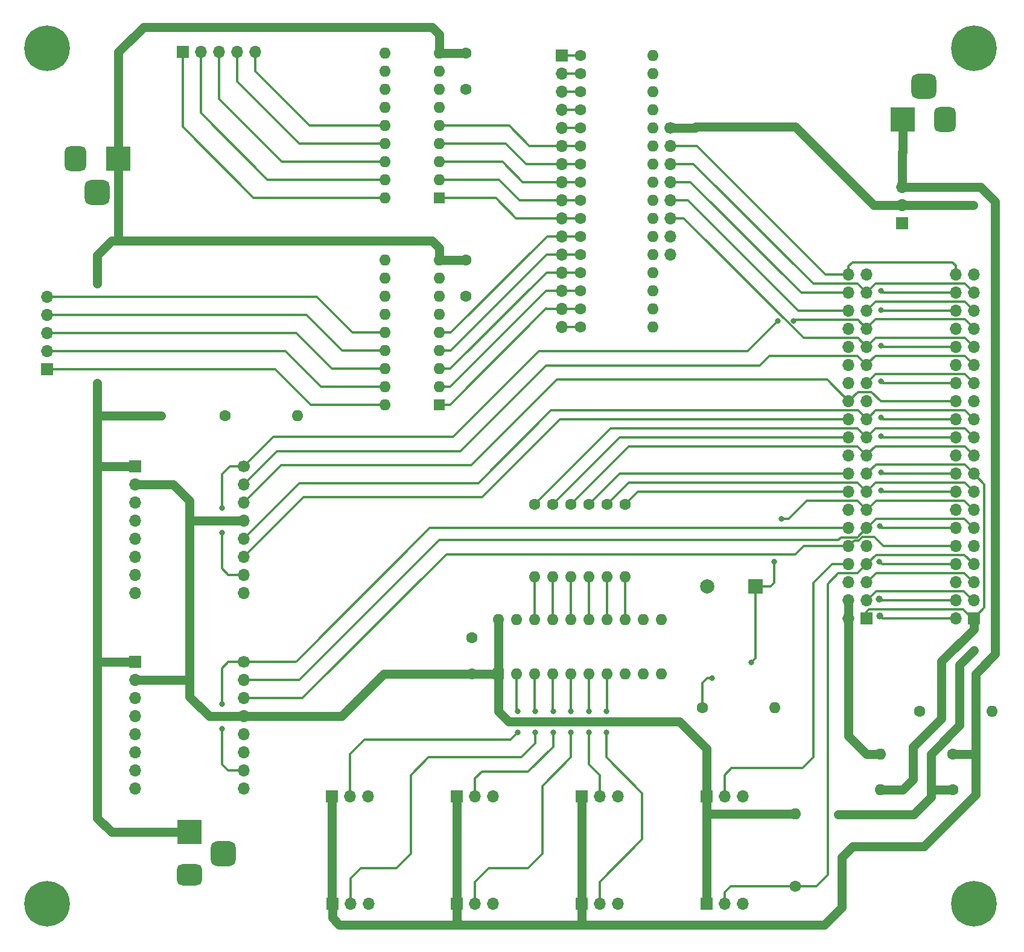
<source format=gbl>
G04 #@! TF.GenerationSoftware,KiCad,Pcbnew,(6.0.2)*
G04 #@! TF.CreationDate,2023-01-23T03:29:58-05:00*
G04 #@! TF.ProjectId,Interface-PCB,496e7465-7266-4616-9365-2d5043422e6b,1.0*
G04 #@! TF.SameCoordinates,Original*
G04 #@! TF.FileFunction,Copper,L2,Bot*
G04 #@! TF.FilePolarity,Positive*
%FSLAX46Y46*%
G04 Gerber Fmt 4.6, Leading zero omitted, Abs format (unit mm)*
G04 Created by KiCad (PCBNEW (6.0.2)) date 2023-01-23 03:29:58*
%MOMM*%
%LPD*%
G01*
G04 APERTURE LIST*
G04 Aperture macros list*
%AMRoundRect*
0 Rectangle with rounded corners*
0 $1 Rounding radius*
0 $2 $3 $4 $5 $6 $7 $8 $9 X,Y pos of 4 corners*
0 Add a 4 corners polygon primitive as box body*
4,1,4,$2,$3,$4,$5,$6,$7,$8,$9,$2,$3,0*
0 Add four circle primitives for the rounded corners*
1,1,$1+$1,$2,$3*
1,1,$1+$1,$4,$5*
1,1,$1+$1,$6,$7*
1,1,$1+$1,$8,$9*
0 Add four rect primitives between the rounded corners*
20,1,$1+$1,$2,$3,$4,$5,0*
20,1,$1+$1,$4,$5,$6,$7,0*
20,1,$1+$1,$6,$7,$8,$9,0*
20,1,$1+$1,$8,$9,$2,$3,0*%
G04 Aperture macros list end*
G04 #@! TA.AperFunction,ComponentPad*
%ADD10R,1.600000X1.600000*%
G04 #@! TD*
G04 #@! TA.AperFunction,ComponentPad*
%ADD11O,1.600000X1.600000*%
G04 #@! TD*
G04 #@! TA.AperFunction,ComponentPad*
%ADD12R,2.000000X2.000000*%
G04 #@! TD*
G04 #@! TA.AperFunction,ComponentPad*
%ADD13C,2.000000*%
G04 #@! TD*
G04 #@! TA.AperFunction,ComponentPad*
%ADD14C,1.600000*%
G04 #@! TD*
G04 #@! TA.AperFunction,ComponentPad*
%ADD15R,1.700000X1.700000*%
G04 #@! TD*
G04 #@! TA.AperFunction,ComponentPad*
%ADD16O,1.700000X1.700000*%
G04 #@! TD*
G04 #@! TA.AperFunction,ComponentPad*
%ADD17C,1.700000*%
G04 #@! TD*
G04 #@! TA.AperFunction,ComponentPad*
%ADD18C,6.400000*%
G04 #@! TD*
G04 #@! TA.AperFunction,ComponentPad*
%ADD19R,3.500000X3.500000*%
G04 #@! TD*
G04 #@! TA.AperFunction,ComponentPad*
%ADD20RoundRect,0.750000X-0.750000X-1.000000X0.750000X-1.000000X0.750000X1.000000X-0.750000X1.000000X0*%
G04 #@! TD*
G04 #@! TA.AperFunction,ComponentPad*
%ADD21RoundRect,0.875000X-0.875000X-0.875000X0.875000X-0.875000X0.875000X0.875000X-0.875000X0.875000X0*%
G04 #@! TD*
G04 #@! TA.AperFunction,ComponentPad*
%ADD22RoundRect,0.750000X0.750000X1.000000X-0.750000X1.000000X-0.750000X-1.000000X0.750000X-1.000000X0*%
G04 #@! TD*
G04 #@! TA.AperFunction,ComponentPad*
%ADD23RoundRect,0.875000X0.875000X0.875000X-0.875000X0.875000X-0.875000X-0.875000X0.875000X-0.875000X0*%
G04 #@! TD*
G04 #@! TA.AperFunction,ComponentPad*
%ADD24RoundRect,0.750000X1.000000X-0.750000X1.000000X0.750000X-1.000000X0.750000X-1.000000X-0.750000X0*%
G04 #@! TD*
G04 #@! TA.AperFunction,ComponentPad*
%ADD25RoundRect,0.875000X0.875000X-0.875000X0.875000X0.875000X-0.875000X0.875000X-0.875000X-0.875000X0*%
G04 #@! TD*
G04 #@! TA.AperFunction,ViaPad*
%ADD26C,0.800000*%
G04 #@! TD*
G04 #@! TA.AperFunction,ViaPad*
%ADD27C,1.000000*%
G04 #@! TD*
G04 #@! TA.AperFunction,Conductor*
%ADD28C,0.300000*%
G04 #@! TD*
G04 #@! TA.AperFunction,Conductor*
%ADD29C,1.250000*%
G04 #@! TD*
G04 APERTURE END LIST*
D10*
X120000000Y-60960000D03*
D11*
X120000000Y-58420000D03*
X120000000Y-55880000D03*
X120000000Y-53340000D03*
X120000000Y-50800000D03*
X120000000Y-48260000D03*
X120000000Y-45720000D03*
X120000000Y-43180000D03*
X120000000Y-40640000D03*
X112380000Y-40640000D03*
X112380000Y-43180000D03*
X112380000Y-45720000D03*
X112380000Y-48260000D03*
X112380000Y-50800000D03*
X112380000Y-53340000D03*
X112380000Y-55880000D03*
X112380000Y-58420000D03*
X112380000Y-60960000D03*
D12*
X164410000Y-115500000D03*
D13*
X157590000Y-115500000D03*
D14*
X139820000Y-61280000D03*
D11*
X149980000Y-61280000D03*
D14*
X187420000Y-133000000D03*
D11*
X197580000Y-133000000D03*
D14*
X143515000Y-104010000D03*
D11*
X143515000Y-114170000D03*
D15*
X77380000Y-98610000D03*
D16*
X77380000Y-101150000D03*
X77380000Y-103690000D03*
X77380000Y-106230000D03*
X77380000Y-108770000D03*
X77380000Y-111310000D03*
X77380000Y-113850000D03*
X77380000Y-116390000D03*
D17*
X92620000Y-98610000D03*
D16*
X92620000Y-101150000D03*
X92620000Y-103690000D03*
X92620000Y-106230000D03*
X92620000Y-108770000D03*
X92620000Y-111310000D03*
X92620000Y-113850000D03*
X92620000Y-116390000D03*
D18*
X65000000Y-160000000D03*
D14*
X156920000Y-132500000D03*
D11*
X167080000Y-132500000D03*
D14*
X139820000Y-76520000D03*
D11*
X149980000Y-76520000D03*
D19*
X75000000Y-55500000D03*
D20*
X69000000Y-55500000D03*
D21*
X72000000Y-60200000D03*
D14*
X123700000Y-40640000D03*
X123700000Y-45720000D03*
X139820000Y-43500000D03*
D11*
X149980000Y-43500000D03*
D14*
X139820000Y-46040000D03*
D11*
X149980000Y-46040000D03*
D15*
X157500000Y-145000000D03*
D16*
X160040000Y-145000000D03*
X162580000Y-145000000D03*
D14*
X192080000Y-144000000D03*
D11*
X181920000Y-144000000D03*
D15*
X84000000Y-40500000D03*
D16*
X86540000Y-40500000D03*
X89080000Y-40500000D03*
X91620000Y-40500000D03*
X94160000Y-40500000D03*
D14*
X135895000Y-104010000D03*
D11*
X135895000Y-114170000D03*
D15*
X137220000Y-40950000D03*
D16*
X137220000Y-43490000D03*
X137220000Y-46030000D03*
X137220000Y-48570000D03*
X137220000Y-51110000D03*
X137220000Y-53650000D03*
X137220000Y-56190000D03*
X137220000Y-58730000D03*
X137220000Y-61270000D03*
X137220000Y-63810000D03*
X137220000Y-66350000D03*
X137220000Y-68890000D03*
X137220000Y-71430000D03*
X137220000Y-73970000D03*
X137220000Y-76510000D03*
X137220000Y-79050000D03*
X152460000Y-68890000D03*
X152460000Y-66350000D03*
X152460000Y-63810000D03*
X152460000Y-61270000D03*
X152460000Y-58730000D03*
X152460000Y-56190000D03*
X152460000Y-53650000D03*
D17*
X152460000Y-51110000D03*
D15*
X105000000Y-160000000D03*
D16*
X107540000Y-160000000D03*
X110080000Y-160000000D03*
D18*
X65000000Y-40000000D03*
D10*
X120000000Y-90000000D03*
D11*
X120000000Y-87460000D03*
X120000000Y-84920000D03*
X120000000Y-82380000D03*
X120000000Y-79840000D03*
X120000000Y-77300000D03*
X120000000Y-74760000D03*
X120000000Y-72220000D03*
X120000000Y-69680000D03*
X112380000Y-69680000D03*
X112380000Y-72220000D03*
X112380000Y-74760000D03*
X112380000Y-77300000D03*
X112380000Y-79840000D03*
X112380000Y-82380000D03*
X112380000Y-84920000D03*
X112380000Y-87460000D03*
X112380000Y-90000000D03*
D14*
X139820000Y-71440000D03*
D11*
X149980000Y-71440000D03*
D15*
X104920000Y-145000000D03*
D16*
X107460000Y-145000000D03*
X110000000Y-145000000D03*
D14*
X139820000Y-51120000D03*
D11*
X149980000Y-51120000D03*
D15*
X122500000Y-160000000D03*
D16*
X125040000Y-160000000D03*
X127580000Y-160000000D03*
D14*
X139820000Y-66360000D03*
D11*
X149980000Y-66360000D03*
D15*
X180000000Y-120000000D03*
D16*
X177460000Y-120000000D03*
X180000000Y-117460000D03*
X177460000Y-117460000D03*
X180000000Y-114920000D03*
X177460000Y-114920000D03*
X180000000Y-112380000D03*
X177460000Y-112380000D03*
X180000000Y-109840000D03*
X177460000Y-109840000D03*
X180000000Y-107300000D03*
X177460000Y-107300000D03*
X180000000Y-104760000D03*
X177460000Y-104760000D03*
X180000000Y-102220000D03*
X177460000Y-102220000D03*
X180000000Y-99680000D03*
X177460000Y-99680000D03*
X180000000Y-97140000D03*
X177460000Y-97140000D03*
X180000000Y-94600000D03*
X177460000Y-94600000D03*
X180000000Y-92060000D03*
X177460000Y-92060000D03*
X180000000Y-89520000D03*
X177460000Y-89520000D03*
X180000000Y-86980000D03*
X177460000Y-86980000D03*
X180000000Y-84440000D03*
X177460000Y-84440000D03*
X180000000Y-81900000D03*
X177460000Y-81900000D03*
X180000000Y-79360000D03*
X177460000Y-79360000D03*
X180000000Y-76820000D03*
X177460000Y-76820000D03*
X180000000Y-74280000D03*
X177460000Y-74280000D03*
X180000000Y-71740000D03*
X177460000Y-71740000D03*
D15*
X140000000Y-160000000D03*
D16*
X142540000Y-160000000D03*
X145080000Y-160000000D03*
D15*
X157500000Y-160000000D03*
D16*
X160040000Y-160000000D03*
X162580000Y-160000000D03*
D14*
X133355000Y-104010000D03*
D11*
X133355000Y-114170000D03*
D14*
X170000000Y-157580000D03*
D11*
X170000000Y-147420000D03*
D19*
X185000000Y-50000000D03*
D22*
X191000000Y-50000000D03*
D23*
X188000000Y-45300000D03*
D14*
X139820000Y-58740000D03*
D11*
X149980000Y-58740000D03*
D14*
X139820000Y-40960000D03*
D11*
X149980000Y-40960000D03*
D15*
X184975000Y-64525000D03*
D16*
X184975000Y-61985000D03*
X184975000Y-59445000D03*
D14*
X124625000Y-127810000D03*
X124625000Y-122730000D03*
D15*
X122500000Y-145000000D03*
D16*
X125040000Y-145000000D03*
X127580000Y-145000000D03*
D14*
X123700000Y-69680000D03*
X123700000Y-74760000D03*
X139820000Y-68900000D03*
D11*
X149980000Y-68900000D03*
D14*
X138435000Y-104010000D03*
D11*
X138435000Y-114170000D03*
D10*
X128275000Y-127810000D03*
D11*
X130815000Y-127810000D03*
X133355000Y-127810000D03*
X135895000Y-127810000D03*
X138435000Y-127810000D03*
X140975000Y-127810000D03*
X143515000Y-127810000D03*
X146055000Y-127810000D03*
X148595000Y-127810000D03*
X151135000Y-127810000D03*
X151135000Y-120190000D03*
X148595000Y-120190000D03*
X146055000Y-120190000D03*
X143515000Y-120190000D03*
X140975000Y-120190000D03*
X138435000Y-120190000D03*
X135895000Y-120190000D03*
X133355000Y-120190000D03*
X130815000Y-120190000D03*
X128275000Y-120190000D03*
D19*
X85000000Y-150000000D03*
D24*
X85000000Y-156000000D03*
D25*
X89700000Y-153000000D03*
D15*
X65000000Y-85000000D03*
D16*
X65000000Y-82460000D03*
X65000000Y-79920000D03*
X65000000Y-77380000D03*
X65000000Y-74840000D03*
D14*
X146055000Y-104010000D03*
D11*
X146055000Y-114170000D03*
D18*
X195000000Y-40000000D03*
D14*
X139820000Y-56200000D03*
D11*
X149980000Y-56200000D03*
D14*
X90000000Y-91500000D03*
D11*
X100160000Y-91500000D03*
D14*
X139820000Y-48580000D03*
D11*
X149980000Y-48580000D03*
D14*
X140975000Y-104010000D03*
D11*
X140975000Y-114170000D03*
D14*
X139820000Y-53660000D03*
D11*
X149980000Y-53660000D03*
D14*
X192080000Y-139000000D03*
D11*
X181920000Y-139000000D03*
D14*
X139820000Y-73980000D03*
D11*
X149980000Y-73980000D03*
D18*
X195000000Y-160000000D03*
D14*
X139820000Y-79060000D03*
D11*
X149980000Y-79060000D03*
D15*
X140000000Y-145000000D03*
D16*
X142540000Y-145000000D03*
X145080000Y-145000000D03*
D14*
X139820000Y-63820000D03*
D11*
X149980000Y-63820000D03*
D15*
X195000000Y-120000000D03*
D16*
X192460000Y-120000000D03*
X195000000Y-117460000D03*
X192460000Y-117460000D03*
X195000000Y-114920000D03*
X192460000Y-114920000D03*
X195000000Y-112380000D03*
X192460000Y-112380000D03*
X195000000Y-109840000D03*
X192460000Y-109840000D03*
X195000000Y-107300000D03*
X192460000Y-107300000D03*
X195000000Y-104760000D03*
X192460000Y-104760000D03*
X195000000Y-102220000D03*
X192460000Y-102220000D03*
X195000000Y-99680000D03*
X192460000Y-99680000D03*
X195000000Y-97140000D03*
X192460000Y-97140000D03*
X195000000Y-94600000D03*
X192460000Y-94600000D03*
X195000000Y-92060000D03*
X192460000Y-92060000D03*
X195000000Y-89520000D03*
X192460000Y-89520000D03*
X195000000Y-86980000D03*
X192460000Y-86980000D03*
X195000000Y-84440000D03*
X192460000Y-84440000D03*
X195000000Y-81900000D03*
X192460000Y-81900000D03*
X195000000Y-79360000D03*
X192460000Y-79360000D03*
X195000000Y-76820000D03*
X192460000Y-76820000D03*
X195000000Y-74280000D03*
X192460000Y-74280000D03*
X195000000Y-71740000D03*
X192460000Y-71740000D03*
D15*
X77380000Y-126110000D03*
D16*
X77380000Y-128650000D03*
X77380000Y-131190000D03*
X77380000Y-133730000D03*
X77380000Y-136270000D03*
X77380000Y-138810000D03*
X77380000Y-141350000D03*
X77380000Y-143890000D03*
D17*
X92620000Y-126110000D03*
D16*
X92620000Y-128650000D03*
X92620000Y-131190000D03*
X92620000Y-133730000D03*
X92620000Y-136270000D03*
X92620000Y-138810000D03*
X92620000Y-141350000D03*
X92620000Y-143890000D03*
D26*
X168000000Y-106000000D03*
X163800000Y-126200000D03*
X167000000Y-112000000D03*
D27*
X176000000Y-147500000D03*
X156000000Y-51000000D03*
X195000000Y-124500000D03*
X194985000Y-61985000D03*
X72000000Y-87000000D03*
X81000000Y-91500000D03*
X72000000Y-73000000D03*
D26*
X141000000Y-136000000D03*
X141000000Y-133000000D03*
X133500000Y-136000000D03*
X133500000Y-133000000D03*
X138500000Y-133000000D03*
X138500000Y-136000000D03*
X143500000Y-136000000D03*
X143500000Y-133000000D03*
X131000000Y-133000000D03*
X131000000Y-136000000D03*
X136000000Y-136000000D03*
X136000000Y-133000000D03*
X182000000Y-76750000D03*
X182000000Y-74000000D03*
X182000000Y-94400000D03*
X182000000Y-99500000D03*
X182000000Y-102000000D03*
X182000000Y-91800000D03*
X182000000Y-86750000D03*
X89500000Y-132000000D03*
X181800000Y-107000000D03*
X89500000Y-135500000D03*
X89500000Y-104500000D03*
X89500000Y-108000000D03*
X169744622Y-78255378D03*
X167500000Y-78250000D03*
X181750000Y-112000000D03*
X158250000Y-128400000D03*
X182000000Y-81750000D03*
X177460000Y-133000000D03*
D27*
X181800000Y-119649989D03*
X181750000Y-117250000D03*
D28*
X166500000Y-115500000D02*
X164410000Y-115500000D01*
X164410000Y-125590000D02*
X164410000Y-115500000D01*
X167000000Y-112000000D02*
X167000000Y-115000000D01*
X193650000Y-103450000D02*
X195000000Y-104800000D01*
X181350000Y-103450000D02*
X193650000Y-103450000D01*
X167000000Y-115000000D02*
X166500000Y-115500000D01*
X180000000Y-104800000D02*
X181350000Y-103450000D01*
X169000000Y-106000000D02*
X171550000Y-103450000D01*
X178690000Y-103450000D02*
X180000000Y-104760000D01*
X168000000Y-106000000D02*
X169000000Y-106000000D01*
X163800000Y-126200000D02*
X164410000Y-125590000D01*
X171550000Y-103450000D02*
X178690000Y-103450000D01*
D29*
X184975000Y-61985000D02*
X194985000Y-61985000D01*
X180985000Y-61985000D02*
X170000000Y-51000000D01*
X157500000Y-145000000D02*
X157500000Y-147500000D01*
X157500000Y-147500000D02*
X157500000Y-160000000D01*
X82650000Y-101150000D02*
X77380000Y-101150000D01*
X128275000Y-133025000D02*
X128275000Y-127810000D01*
X85000000Y-106230000D02*
X85000000Y-103500000D01*
X189000000Y-139000000D02*
X189000000Y-144000000D01*
X85000000Y-129000000D02*
X85000000Y-131000000D01*
X155890000Y-51110000D02*
X152460000Y-51110000D01*
X85000000Y-106000000D02*
X85000000Y-129000000D01*
X106270000Y-133730000D02*
X112190000Y-127810000D01*
X157580000Y-147420000D02*
X157500000Y-147500000D01*
X112190000Y-127810000D02*
X124625000Y-127810000D01*
X157500000Y-145000000D02*
X157500000Y-138250000D01*
X193000000Y-135000000D02*
X189000000Y-139000000D01*
X156000000Y-51000000D02*
X155890000Y-51110000D01*
X189000000Y-145080000D02*
X186580000Y-147500000D01*
X92620000Y-106230000D02*
X85270000Y-106230000D01*
X195000000Y-124500000D02*
X193000000Y-126500000D01*
X170000000Y-51000000D02*
X156000000Y-51000000D01*
X189000000Y-144000000D02*
X189000000Y-145080000D01*
X85000000Y-103500000D02*
X82650000Y-101150000D01*
X129750000Y-134500000D02*
X128275000Y-133025000D01*
X180985000Y-61985000D02*
X184975000Y-61985000D01*
X170000000Y-147420000D02*
X157580000Y-147420000D01*
X189000000Y-144000000D02*
X192080000Y-144000000D01*
X193000000Y-126500000D02*
X193000000Y-135000000D01*
X92620000Y-133730000D02*
X106270000Y-133730000D01*
X186580000Y-147500000D02*
X176000000Y-147500000D01*
X87730000Y-133730000D02*
X85000000Y-131000000D01*
X124625000Y-127810000D02*
X128275000Y-127810000D01*
X157500000Y-138250000D02*
X153750000Y-134500000D01*
X92620000Y-133730000D02*
X87730000Y-133730000D01*
X84650000Y-128650000D02*
X85000000Y-129000000D01*
X153750000Y-134500000D02*
X129750000Y-134500000D01*
X128275000Y-127810000D02*
X128275000Y-120190000D01*
X77380000Y-128650000D02*
X84650000Y-128650000D01*
X120000000Y-40640000D02*
X123700000Y-40640000D01*
X77380000Y-98610000D02*
X72390000Y-98610000D01*
X72000000Y-126000000D02*
X72000000Y-87000000D01*
X72110000Y-126110000D02*
X77380000Y-126110000D01*
X120000000Y-68000000D02*
X120000000Y-69680000D01*
X119000000Y-67000000D02*
X75000000Y-67000000D01*
X74000000Y-67000000D02*
X75000000Y-67000000D01*
X72000000Y-126000000D02*
X72110000Y-126110000D01*
X72000000Y-148000000D02*
X74000000Y-150000000D01*
X72000000Y-69000000D02*
X74000000Y-67000000D01*
X75000000Y-40500000D02*
X75000000Y-67000000D01*
X72000000Y-73000000D02*
X72000000Y-69000000D01*
X120000000Y-38000000D02*
X119000000Y-37000000D01*
X120000000Y-69680000D02*
X123700000Y-69680000D01*
X78500000Y-37000000D02*
X75000000Y-40500000D01*
X120000000Y-40640000D02*
X120000000Y-38000000D01*
X119000000Y-67000000D02*
X120000000Y-68000000D01*
X72000000Y-91500000D02*
X81000000Y-91500000D01*
X119000000Y-37000000D02*
X78500000Y-37000000D01*
X74000000Y-150000000D02*
X85000000Y-150000000D01*
X72000000Y-148000000D02*
X72000000Y-126000000D01*
X195250000Y-139000000D02*
X195250000Y-127750000D01*
X176500000Y-153500000D02*
X178000000Y-152000000D01*
X140000000Y-160000000D02*
X140000000Y-163000000D01*
X105000000Y-160000000D02*
X105000000Y-162000000D01*
X185000000Y-54500000D02*
X184975000Y-54525000D01*
X184975000Y-54525000D02*
X184975000Y-59445000D01*
X178000000Y-152000000D02*
X188000000Y-152000000D01*
X139000000Y-163000000D02*
X140000000Y-163000000D01*
X123000000Y-163000000D02*
X139000000Y-163000000D01*
X174000000Y-163000000D02*
X176500000Y-160500000D01*
X198000000Y-125000000D02*
X198000000Y-61500000D01*
X139000000Y-163000000D02*
X174000000Y-163000000D01*
X195250000Y-127750000D02*
X198000000Y-125000000D01*
X185000000Y-54500000D02*
X185000000Y-50000000D01*
X198000000Y-61500000D02*
X195945000Y-59445000D01*
X188000000Y-152000000D02*
X195250000Y-144750000D01*
X122500000Y-162500000D02*
X123000000Y-163000000D01*
X195250000Y-144750000D02*
X195250000Y-139000000D01*
X122500000Y-145000000D02*
X122500000Y-160000000D01*
X104920000Y-159920000D02*
X105000000Y-160000000D01*
X105000000Y-162000000D02*
X106000000Y-163000000D01*
X140000000Y-145000000D02*
X140000000Y-160000000D01*
X195945000Y-59445000D02*
X184975000Y-59445000D01*
X104920000Y-145000000D02*
X104920000Y-159920000D01*
X106000000Y-163000000D02*
X123000000Y-163000000D01*
X122500000Y-160000000D02*
X122500000Y-162500000D01*
X192080000Y-139000000D02*
X195250000Y-139000000D01*
X176500000Y-160500000D02*
X176500000Y-153500000D01*
D28*
X140975000Y-127810000D02*
X140975000Y-132975000D01*
X142540000Y-145000000D02*
X142540000Y-142040000D01*
X141000000Y-140500000D02*
X141000000Y-136000000D01*
X142540000Y-142040000D02*
X141000000Y-140500000D01*
X140975000Y-132975000D02*
X141000000Y-133000000D01*
X116000000Y-142000000D02*
X118500000Y-139500000D01*
X107540000Y-160000000D02*
X107540000Y-156460000D01*
X107540000Y-156460000D02*
X109000000Y-155000000D01*
X118500000Y-139500000D02*
X131500000Y-139500000D01*
X133500000Y-133000000D02*
X133355000Y-132855000D01*
X133355000Y-132855000D02*
X133355000Y-127810000D01*
X109000000Y-155000000D02*
X114000000Y-155000000D01*
X133500000Y-137500000D02*
X133500000Y-136000000D01*
X114000000Y-155000000D02*
X116000000Y-153000000D01*
X116000000Y-153000000D02*
X116000000Y-142000000D01*
X131500000Y-139500000D02*
X133500000Y-137500000D01*
X138435000Y-132935000D02*
X138500000Y-133000000D01*
X138435000Y-127810000D02*
X138435000Y-132935000D01*
X125040000Y-156960000D02*
X127000000Y-155000000D01*
X127000000Y-155000000D02*
X132500000Y-155000000D01*
X134500000Y-153000000D02*
X134500000Y-143500000D01*
X132500000Y-155000000D02*
X134500000Y-153000000D01*
X134500000Y-143500000D02*
X138500000Y-139500000D01*
X125040000Y-160000000D02*
X125040000Y-156960000D01*
X138500000Y-139500000D02*
X138500000Y-136000000D01*
X142540000Y-156960000D02*
X148500000Y-151000000D01*
X143515000Y-132985000D02*
X143500000Y-133000000D01*
X143500000Y-139500000D02*
X143500000Y-136000000D01*
X143515000Y-127810000D02*
X143515000Y-132985000D01*
X148500000Y-144500000D02*
X143500000Y-139500000D01*
X142540000Y-160000000D02*
X142540000Y-156960000D01*
X148500000Y-151000000D02*
X148500000Y-144500000D01*
X131000000Y-133000000D02*
X130815000Y-132815000D01*
X130815000Y-132815000D02*
X130815000Y-127810000D01*
X109500000Y-137000000D02*
X107460000Y-139040000D01*
X107460000Y-139040000D02*
X107460000Y-145000000D01*
X131000000Y-136000000D02*
X130000000Y-137000000D01*
X130000000Y-137000000D02*
X109500000Y-137000000D01*
X135895000Y-132895000D02*
X136000000Y-133000000D01*
X125040000Y-142460000D02*
X125040000Y-145000000D01*
X136000000Y-138000000D02*
X132500000Y-141500000D01*
X132500000Y-141500000D02*
X126000000Y-141500000D01*
X135895000Y-127810000D02*
X135895000Y-132895000D01*
X126000000Y-141500000D02*
X125040000Y-142460000D01*
X136000000Y-136000000D02*
X136000000Y-138000000D01*
X146055000Y-120190000D02*
X146055000Y-114170000D01*
X143515000Y-120190000D02*
X143515000Y-114170000D01*
X140975000Y-120190000D02*
X140975000Y-114170000D01*
X138435000Y-120190000D02*
X138435000Y-114170000D01*
X135895000Y-120190000D02*
X135895000Y-114170000D01*
X133355000Y-120190000D02*
X133355000Y-114170000D01*
X135010000Y-76510000D02*
X137220000Y-76510000D01*
X137220000Y-76510000D02*
X139810000Y-76510000D01*
X121500000Y-90000000D02*
X135000000Y-76500000D01*
X135000000Y-76500000D02*
X135010000Y-76510000D01*
X139810000Y-76510000D02*
X139820000Y-76520000D01*
X120000000Y-90000000D02*
X121500000Y-90000000D01*
X121540000Y-87460000D02*
X135030000Y-73970000D01*
X139810000Y-73970000D02*
X139820000Y-73980000D01*
X137220000Y-73970000D02*
X139810000Y-73970000D01*
X120000000Y-87460000D02*
X121540000Y-87460000D01*
X135030000Y-73970000D02*
X137220000Y-73970000D01*
X120000000Y-84920000D02*
X121580000Y-84920000D01*
X121580000Y-84920000D02*
X135070000Y-71430000D01*
X135070000Y-71430000D02*
X137220000Y-71430000D01*
X137220000Y-71430000D02*
X139810000Y-71430000D01*
X139810000Y-71430000D02*
X139820000Y-71440000D01*
X135110000Y-68890000D02*
X137220000Y-68890000D01*
X137220000Y-68890000D02*
X139810000Y-68890000D01*
X121620000Y-82380000D02*
X135110000Y-68890000D01*
X120000000Y-82380000D02*
X121620000Y-82380000D01*
X139810000Y-68890000D02*
X139820000Y-68900000D01*
X121660000Y-79840000D02*
X135150000Y-66350000D01*
X120000000Y-79840000D02*
X121660000Y-79840000D01*
X137220000Y-66350000D02*
X139810000Y-66350000D01*
X139810000Y-66350000D02*
X139820000Y-66360000D01*
X135150000Y-66350000D02*
X137220000Y-66350000D01*
X107840000Y-79840000D02*
X112380000Y-79840000D01*
X65000000Y-74840000D02*
X102840000Y-74840000D01*
X102840000Y-74840000D02*
X107840000Y-79840000D01*
X106380000Y-82380000D02*
X112380000Y-82380000D01*
X65000000Y-77380000D02*
X101380000Y-77380000D01*
X101380000Y-77380000D02*
X106380000Y-82380000D01*
X104920000Y-84920000D02*
X112380000Y-84920000D01*
X99920000Y-79920000D02*
X104920000Y-84920000D01*
X65000000Y-79920000D02*
X99920000Y-79920000D01*
X103460000Y-87460000D02*
X112380000Y-87460000D01*
X65000000Y-82460000D02*
X98460000Y-82460000D01*
X98460000Y-82460000D02*
X103460000Y-87460000D01*
X102000000Y-90000000D02*
X112380000Y-90000000D01*
X65000000Y-85000000D02*
X97000000Y-85000000D01*
X97000000Y-85000000D02*
X102000000Y-90000000D01*
X120000000Y-60960000D02*
X127960000Y-60960000D01*
X127960000Y-60960000D02*
X130810000Y-63810000D01*
X130810000Y-63810000D02*
X137220000Y-63810000D01*
X137220000Y-63810000D02*
X139810000Y-63810000D01*
X139810000Y-63810000D02*
X139820000Y-63820000D01*
X139810000Y-61270000D02*
X139820000Y-61280000D01*
X131270000Y-61270000D02*
X137220000Y-61270000D01*
X137220000Y-61270000D02*
X139810000Y-61270000D01*
X120000000Y-58420000D02*
X128420000Y-58420000D01*
X128420000Y-58420000D02*
X131270000Y-61270000D01*
X139810000Y-58730000D02*
X139820000Y-58740000D01*
X120000000Y-55880000D02*
X128880000Y-55880000D01*
X131730000Y-58730000D02*
X137220000Y-58730000D01*
X137220000Y-58730000D02*
X139810000Y-58730000D01*
X128880000Y-55880000D02*
X131730000Y-58730000D01*
X120000000Y-53340000D02*
X129340000Y-53340000D01*
X129340000Y-53340000D02*
X132190000Y-56190000D01*
X132190000Y-56190000D02*
X137220000Y-56190000D01*
X139810000Y-56190000D02*
X139820000Y-56200000D01*
X137220000Y-56190000D02*
X139810000Y-56190000D01*
X137220000Y-53650000D02*
X139810000Y-53650000D01*
X129800000Y-50800000D02*
X132650000Y-53650000D01*
X132650000Y-53650000D02*
X137220000Y-53650000D01*
X139810000Y-53650000D02*
X139820000Y-53660000D01*
X120000000Y-50800000D02*
X129800000Y-50800000D01*
X112380000Y-50800000D02*
X101800000Y-50800000D01*
X94160000Y-43160000D02*
X94160000Y-40500000D01*
X101800000Y-50800000D02*
X94160000Y-43160000D01*
X91620000Y-44620000D02*
X91620000Y-40500000D01*
X112380000Y-53340000D02*
X100340000Y-53340000D01*
X100340000Y-53340000D02*
X91620000Y-44620000D01*
X89080000Y-40500000D02*
X89080000Y-47080000D01*
X97880000Y-55880000D02*
X112380000Y-55880000D01*
X89080000Y-47080000D02*
X97880000Y-55880000D01*
X86540000Y-49040000D02*
X95920000Y-58420000D01*
X95920000Y-58420000D02*
X112380000Y-58420000D01*
X86540000Y-40500000D02*
X86540000Y-49040000D01*
X84000000Y-51000000D02*
X84000000Y-40500000D01*
X112380000Y-60960000D02*
X93960000Y-60960000D01*
X93960000Y-60960000D02*
X84000000Y-51000000D01*
X170000000Y-157580000D02*
X160920000Y-157580000D01*
X180000000Y-112400000D02*
X181300000Y-111100000D01*
X193700000Y-111100000D02*
X195000000Y-112400000D01*
X175975000Y-113650000D02*
X178730000Y-113650000D01*
X170000000Y-157580000D02*
X172920000Y-157580000D01*
X174500000Y-115125000D02*
X175975000Y-113650000D01*
X181300000Y-111100000D02*
X193700000Y-111100000D01*
X160920000Y-157580000D02*
X160040000Y-158460000D01*
X172920000Y-157580000D02*
X174500000Y-156000000D01*
X160040000Y-158460000D02*
X160040000Y-160000000D01*
X174500000Y-156000000D02*
X174500000Y-115125000D01*
X178730000Y-113650000D02*
X180000000Y-112380000D01*
X193720000Y-80620000D02*
X181250000Y-80620000D01*
X181250000Y-80620000D02*
X180000000Y-81870000D01*
X152460000Y-63810000D02*
X154310000Y-63810000D01*
X178750000Y-80650000D02*
X180000000Y-81900000D01*
X195000000Y-81900000D02*
X193720000Y-80620000D01*
X171150000Y-80650000D02*
X178750000Y-80650000D01*
X154310000Y-63810000D02*
X171150000Y-80650000D01*
X152460000Y-61270000D02*
X154865000Y-61270000D01*
X182000000Y-76750000D02*
X182070000Y-76820000D01*
X170415000Y-76820000D02*
X177460000Y-76820000D01*
X182070000Y-76820000D02*
X192460000Y-76820000D01*
X154865000Y-61270000D02*
X170415000Y-76820000D01*
X181350000Y-106050000D02*
X193650000Y-106050000D01*
X120000000Y-109000000D02*
X100350000Y-128650000D01*
X180000000Y-107400000D02*
X181350000Y-106050000D01*
X176000000Y-109000000D02*
X120000000Y-109000000D01*
X178700000Y-108600000D02*
X176400000Y-108600000D01*
X100350000Y-128650000D02*
X92620000Y-128650000D01*
X180000000Y-107300000D02*
X178700000Y-108600000D01*
X193650000Y-106050000D02*
X195000000Y-107400000D01*
X176400000Y-108600000D02*
X176000000Y-109000000D01*
X192460000Y-109840000D02*
X182340000Y-109840000D01*
X178250480Y-109049520D02*
X177460000Y-109840000D01*
X92620000Y-131190000D02*
X100810000Y-131190000D01*
X100810000Y-131190000D02*
X121000000Y-111000000D01*
X181050000Y-108550000D02*
X179385717Y-108550000D01*
X179385717Y-108550000D02*
X178886197Y-109049520D01*
X178886197Y-109049520D02*
X178250480Y-109049520D01*
X170000000Y-111000000D02*
X171160000Y-109840000D01*
X121000000Y-111000000D02*
X170000000Y-111000000D01*
X171160000Y-109840000D02*
X177460000Y-109840000D01*
X182340000Y-109840000D02*
X181050000Y-108550000D01*
X180000000Y-102200000D02*
X181250000Y-100950000D01*
X193750000Y-100950000D02*
X195000000Y-102200000D01*
X143515000Y-104010000D02*
X146575000Y-100950000D01*
X146575000Y-100950000D02*
X178730000Y-100950000D01*
X181250000Y-100950000D02*
X193750000Y-100950000D01*
X178730000Y-100950000D02*
X180000000Y-102220000D01*
X170780000Y-74280000D02*
X177460000Y-74280000D01*
X155230000Y-58730000D02*
X170780000Y-74280000D01*
X152460000Y-58730000D02*
X155230000Y-58730000D01*
X182000000Y-74000000D02*
X182280000Y-74280000D01*
X182280000Y-74280000D02*
X192460000Y-74280000D01*
X172500000Y-73000000D02*
X178720000Y-73000000D01*
X195000000Y-74280000D02*
X193720000Y-73000000D01*
X152460000Y-56190000D02*
X155690000Y-56190000D01*
X181250000Y-73000000D02*
X180000000Y-74250000D01*
X178720000Y-73000000D02*
X180000000Y-74280000D01*
X193720000Y-73000000D02*
X181250000Y-73000000D01*
X155690000Y-56190000D02*
X172500000Y-73000000D01*
X192460000Y-94600000D02*
X182200000Y-94600000D01*
X182200000Y-94600000D02*
X182000000Y-94400000D01*
X135895000Y-104010000D02*
X145305000Y-94600000D01*
X145305000Y-94600000D02*
X177460000Y-94600000D01*
X145305000Y-99680000D02*
X177460000Y-99680000D01*
X192460000Y-99680000D02*
X182180000Y-99680000D01*
X182180000Y-99680000D02*
X182000000Y-99500000D01*
X140975000Y-104010000D02*
X145305000Y-99680000D01*
X192460000Y-70460000D02*
X192000000Y-70000000D01*
X192460000Y-71740000D02*
X192460000Y-70460000D01*
X174240000Y-71740000D02*
X156150000Y-53650000D01*
X178000000Y-70000000D02*
X177460000Y-70540000D01*
X192000000Y-70000000D02*
X178000000Y-70000000D01*
X177460000Y-70540000D02*
X177460000Y-71740000D01*
X177460000Y-71740000D02*
X174240000Y-71740000D01*
X156150000Y-53650000D02*
X152460000Y-53650000D01*
X192460000Y-102220000D02*
X182220000Y-102220000D01*
X146055000Y-104010000D02*
X147845000Y-102220000D01*
X147845000Y-102220000D02*
X177460000Y-102220000D01*
X182220000Y-102220000D02*
X182000000Y-102000000D01*
X180000000Y-92000000D02*
X180000000Y-92060000D01*
X125500000Y-101000000D02*
X135700000Y-90800000D01*
X100390000Y-101000000D02*
X125500000Y-101000000D01*
X195040000Y-92040000D02*
X193800000Y-90800000D01*
X178800000Y-90800000D02*
X180000000Y-92000000D01*
X193800000Y-90800000D02*
X181250000Y-90800000D01*
X135700000Y-90800000D02*
X178800000Y-90800000D01*
X92620000Y-108770000D02*
X100390000Y-101000000D01*
X181250000Y-90800000D02*
X180040000Y-92010000D01*
X92620000Y-111310000D02*
X100930000Y-103000000D01*
X126000000Y-103000000D02*
X136940000Y-92060000D01*
X182260000Y-92060000D02*
X182000000Y-91800000D01*
X192460000Y-92060000D02*
X182260000Y-92060000D01*
X100930000Y-103000000D02*
X126000000Y-103000000D01*
X136940000Y-92060000D02*
X177460000Y-92060000D01*
X181250000Y-85720000D02*
X180000000Y-86970000D01*
X195000000Y-87000000D02*
X193720000Y-85720000D01*
X193720000Y-85720000D02*
X181250000Y-85720000D01*
X182000000Y-86750000D02*
X182230000Y-86980000D01*
X182230000Y-86980000D02*
X192460000Y-86980000D01*
X193750000Y-93350000D02*
X181220000Y-93350000D01*
X178700000Y-93300000D02*
X180000000Y-94600000D01*
X181220000Y-93350000D02*
X180000000Y-94570000D01*
X133355000Y-104010000D02*
X144065000Y-93300000D01*
X195000000Y-94600000D02*
X193750000Y-93350000D01*
X144065000Y-93300000D02*
X178700000Y-93300000D01*
X195000000Y-97100000D02*
X193760000Y-95860000D01*
X178710000Y-95850000D02*
X180000000Y-97140000D01*
X193760000Y-95860000D02*
X181210000Y-95860000D01*
X146595000Y-95850000D02*
X178710000Y-95850000D01*
X138435000Y-104010000D02*
X146595000Y-95850000D01*
X181210000Y-95860000D02*
X180000000Y-97070000D01*
X89500000Y-140500000D02*
X90350000Y-141350000D01*
X90350000Y-141350000D02*
X92620000Y-141350000D01*
X118700000Y-107300000D02*
X177460000Y-107300000D01*
X89500000Y-127000000D02*
X89500000Y-132000000D01*
X89500000Y-135500000D02*
X89500000Y-140500000D01*
X192460000Y-107300000D02*
X182100000Y-107300000D01*
X99890000Y-126110000D02*
X100000000Y-126000000D01*
X182100000Y-107300000D02*
X181800000Y-107000000D01*
X90390000Y-126110000D02*
X89500000Y-127000000D01*
X92620000Y-126110000D02*
X90390000Y-126110000D01*
X92620000Y-126110000D02*
X99890000Y-126110000D01*
X100000000Y-126000000D02*
X118700000Y-107300000D01*
X90640000Y-98610000D02*
X92620000Y-98610000D01*
X92620000Y-98610000D02*
X96730000Y-94500000D01*
X89500000Y-113000000D02*
X89500000Y-108000000D01*
X90350000Y-113850000D02*
X89500000Y-113000000D01*
X134000000Y-82500000D02*
X163250000Y-82500000D01*
X89500000Y-99750000D02*
X90640000Y-98610000D01*
X92620000Y-113850000D02*
X90350000Y-113850000D01*
X169744622Y-78255378D02*
X169900000Y-78100000D01*
X163250000Y-82500000D02*
X167500000Y-78250000D01*
X96730000Y-94500000D02*
X122000000Y-94500000D01*
X89500000Y-104500000D02*
X89500000Y-99750000D01*
X178740000Y-78100000D02*
X180000000Y-79360000D01*
X195000000Y-79300000D02*
X193720000Y-78020000D01*
X193720000Y-78020000D02*
X181250000Y-78020000D01*
X181250000Y-78020000D02*
X180000000Y-79270000D01*
X169900000Y-78100000D02*
X178740000Y-78100000D01*
X122000000Y-94500000D02*
X134000000Y-82500000D01*
X193720000Y-75520000D02*
X181250000Y-75520000D01*
X181250000Y-75520000D02*
X180000000Y-76770000D01*
X195000000Y-76800000D02*
X193720000Y-75520000D01*
X160040000Y-141960000D02*
X160040000Y-145000000D01*
X171000000Y-141000000D02*
X161000000Y-141000000D01*
X172500000Y-139500000D02*
X171000000Y-141000000D01*
X172500000Y-115000000D02*
X172500000Y-139500000D01*
X192460000Y-112380000D02*
X182130000Y-112380000D01*
X161000000Y-141000000D02*
X160040000Y-141960000D01*
X182130000Y-112380000D02*
X181750000Y-112000000D01*
X175120000Y-112380000D02*
X172500000Y-115000000D01*
X177460000Y-112380000D02*
X175120000Y-112380000D01*
X195000000Y-84400000D02*
X193720000Y-83120000D01*
X166350000Y-83150000D02*
X178710000Y-83150000D01*
X193720000Y-83120000D02*
X181250000Y-83120000D01*
X181250000Y-83120000D02*
X180000000Y-84370000D01*
X165000000Y-84500000D02*
X166350000Y-83150000D01*
X178710000Y-83150000D02*
X180000000Y-84440000D01*
X123000000Y-96500000D02*
X135000000Y-84500000D01*
X97270000Y-96500000D02*
X123000000Y-96500000D01*
X135000000Y-84500000D02*
X165000000Y-84500000D01*
X92620000Y-101150000D02*
X97270000Y-96500000D01*
X124500000Y-98500000D02*
X136500000Y-86500000D01*
X92620000Y-103690000D02*
X97810000Y-98500000D01*
X97810000Y-98500000D02*
X124500000Y-98500000D01*
X136500000Y-86500000D02*
X174440000Y-86500000D01*
X192460000Y-89520000D02*
X181970000Y-89520000D01*
X180650000Y-88200000D02*
X178780000Y-88200000D01*
X174440000Y-86500000D02*
X177460000Y-89520000D01*
X181970000Y-89520000D02*
X180650000Y-88200000D01*
X178780000Y-88200000D02*
X177460000Y-89520000D01*
X137220000Y-43490000D02*
X139810000Y-43490000D01*
X139810000Y-43490000D02*
X139820000Y-43500000D01*
X139810000Y-46030000D02*
X139820000Y-46040000D01*
X137220000Y-46030000D02*
X139810000Y-46030000D01*
X137230000Y-48580000D02*
X137220000Y-48570000D01*
X139820000Y-48580000D02*
X137230000Y-48580000D01*
X137220000Y-51110000D02*
X139810000Y-51110000D01*
X139810000Y-51110000D02*
X139820000Y-51120000D01*
X156920000Y-129080000D02*
X156920000Y-132500000D01*
X158250000Y-128400000D02*
X157600000Y-128400000D01*
X157600000Y-128400000D02*
X156920000Y-129080000D01*
X179950000Y-117550000D02*
X181300000Y-116200000D01*
X181300000Y-116200000D02*
X193600000Y-116200000D01*
X193600000Y-116200000D02*
X194950000Y-117550000D01*
X193650000Y-113650000D02*
X195000000Y-115000000D01*
X181350000Y-113650000D02*
X193650000Y-113650000D01*
X180000000Y-115000000D02*
X181350000Y-113650000D01*
X139810000Y-40950000D02*
X139820000Y-40960000D01*
X137220000Y-40950000D02*
X139810000Y-40950000D01*
X137220000Y-79050000D02*
X139810000Y-79050000D01*
X139810000Y-79050000D02*
X139820000Y-79060000D01*
X182000000Y-81750000D02*
X182150000Y-81900000D01*
X182150000Y-81900000D02*
X192460000Y-81900000D01*
X181800000Y-119649989D02*
X182150011Y-120000000D01*
D29*
X177460000Y-120000000D02*
X177460000Y-133000000D01*
X177460000Y-117460000D02*
X177460000Y-120000000D01*
D28*
X192460000Y-117460000D02*
X181960000Y-117460000D01*
D29*
X177460000Y-136460000D02*
X180000000Y-139000000D01*
X177460000Y-133000000D02*
X177460000Y-136460000D01*
X180000000Y-139000000D02*
X181920000Y-139000000D01*
D28*
X182150011Y-120000000D02*
X192460000Y-120000000D01*
X181960000Y-117460000D02*
X181750000Y-117250000D01*
X193500000Y-118700000D02*
X194950000Y-120150000D01*
X180300000Y-118700000D02*
X193500000Y-118700000D01*
D29*
X185080000Y-144000000D02*
X181920000Y-144000000D01*
D28*
X196500000Y-118500000D02*
X195000000Y-120000000D01*
D29*
X195000000Y-121500000D02*
X190500000Y-126000000D01*
D28*
X181280000Y-98400000D02*
X193720000Y-98400000D01*
D29*
X190500000Y-134000000D02*
X186500000Y-138000000D01*
D28*
X180000000Y-99680000D02*
X181280000Y-98400000D01*
D29*
X186500000Y-142580000D02*
X185080000Y-144000000D01*
D28*
X179950000Y-119050000D02*
X180300000Y-118700000D01*
D29*
X186500000Y-138000000D02*
X186500000Y-142580000D01*
D28*
X193720000Y-98400000D02*
X195000000Y-99680000D01*
D29*
X190500000Y-126000000D02*
X190500000Y-134000000D01*
D28*
X179950000Y-120150000D02*
X179950000Y-119050000D01*
D29*
X195000000Y-120000000D02*
X195000000Y-121500000D01*
D28*
X196500000Y-101180000D02*
X196500000Y-118500000D01*
X195000000Y-99680000D02*
X196500000Y-101180000D01*
M02*

</source>
